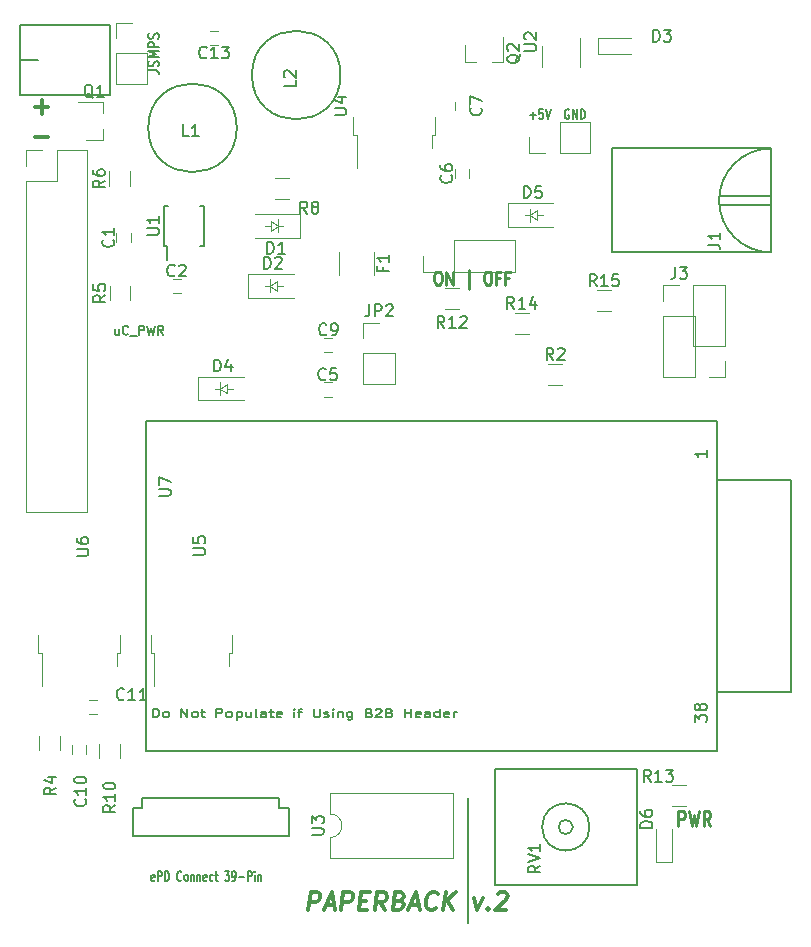
<source format=gto>
G04 #@! TF.FileFunction,Legend,Top*
%FSLAX46Y46*%
G04 Gerber Fmt 4.6, Leading zero omitted, Abs format (unit mm)*
G04 Created by KiCad (PCBNEW 4.0.6) date Sunday, June 18, 2017 'PMt' 11:18:17 PM*
%MOMM*%
%LPD*%
G01*
G04 APERTURE LIST*
%ADD10C,0.100000*%
%ADD11C,0.230000*%
%ADD12C,0.250000*%
%ADD13C,0.162500*%
%ADD14C,0.150000*%
%ADD15C,0.300000*%
%ADD16C,0.190500*%
%ADD17C,0.200000*%
%ADD18C,0.175000*%
%ADD19C,0.120000*%
G04 APERTURE END LIST*
D10*
D11*
X83645113Y-94678099D02*
X83820351Y-94678099D01*
X83907970Y-94730480D01*
X83995589Y-94835242D01*
X84039398Y-95044766D01*
X84039398Y-95411432D01*
X83995589Y-95620956D01*
X83907970Y-95725718D01*
X83820351Y-95778099D01*
X83645113Y-95778099D01*
X83557494Y-95725718D01*
X83469875Y-95620956D01*
X83426065Y-95411432D01*
X83426065Y-95044766D01*
X83469875Y-94835242D01*
X83557494Y-94730480D01*
X83645113Y-94678099D01*
X84433685Y-95778099D02*
X84433685Y-94678099D01*
X84959399Y-95778099D01*
X84959399Y-94678099D01*
X86317494Y-96144766D02*
X86317494Y-94573337D01*
X87850827Y-94678099D02*
X88026065Y-94678099D01*
X88113684Y-94730480D01*
X88201303Y-94835242D01*
X88245112Y-95044766D01*
X88245112Y-95411432D01*
X88201303Y-95620956D01*
X88113684Y-95725718D01*
X88026065Y-95778099D01*
X87850827Y-95778099D01*
X87763208Y-95725718D01*
X87675589Y-95620956D01*
X87631779Y-95411432D01*
X87631779Y-95044766D01*
X87675589Y-94835242D01*
X87763208Y-94730480D01*
X87850827Y-94678099D01*
X88946065Y-95201909D02*
X88639399Y-95201909D01*
X88639399Y-95778099D02*
X88639399Y-94678099D01*
X89077494Y-94678099D01*
X89734636Y-95201909D02*
X89427970Y-95201909D01*
X89427970Y-95778099D02*
X89427970Y-94678099D01*
X89866065Y-94678099D01*
D12*
X104076667Y-141576357D02*
X104076667Y-140376357D01*
X104457620Y-140376357D01*
X104552858Y-140433500D01*
X104600477Y-140490643D01*
X104648096Y-140604929D01*
X104648096Y-140776357D01*
X104600477Y-140890643D01*
X104552858Y-140947786D01*
X104457620Y-141004929D01*
X104076667Y-141004929D01*
X104981429Y-140376357D02*
X105219524Y-141576357D01*
X105410001Y-140719214D01*
X105600477Y-141576357D01*
X105838572Y-140376357D01*
X106790953Y-141576357D02*
X106457619Y-141004929D01*
X106219524Y-141576357D02*
X106219524Y-140376357D01*
X106600477Y-140376357D01*
X106695715Y-140433500D01*
X106743334Y-140490643D01*
X106790953Y-140604929D01*
X106790953Y-140776357D01*
X106743334Y-140890643D01*
X106695715Y-140947786D01*
X106600477Y-141004929D01*
X106219524Y-141004929D01*
D13*
X91498572Y-81447143D02*
X91993810Y-81447143D01*
X91746191Y-81751905D02*
X91746191Y-81142381D01*
X92612858Y-80951905D02*
X92303334Y-80951905D01*
X92272382Y-81332857D01*
X92303334Y-81294762D01*
X92365239Y-81256667D01*
X92520001Y-81256667D01*
X92581905Y-81294762D01*
X92612858Y-81332857D01*
X92643810Y-81409048D01*
X92643810Y-81599524D01*
X92612858Y-81675714D01*
X92581905Y-81713810D01*
X92520001Y-81751905D01*
X92365239Y-81751905D01*
X92303334Y-81713810D01*
X92272382Y-81675714D01*
X92829525Y-80951905D02*
X93046191Y-81751905D01*
X93262858Y-80951905D01*
X94810477Y-80990000D02*
X94748572Y-80951905D01*
X94655715Y-80951905D01*
X94562858Y-80990000D01*
X94500953Y-81066190D01*
X94470001Y-81142381D01*
X94439049Y-81294762D01*
X94439049Y-81409048D01*
X94470001Y-81561429D01*
X94500953Y-81637619D01*
X94562858Y-81713810D01*
X94655715Y-81751905D01*
X94717620Y-81751905D01*
X94810477Y-81713810D01*
X94841429Y-81675714D01*
X94841429Y-81409048D01*
X94717620Y-81409048D01*
X95120001Y-81751905D02*
X95120001Y-80951905D01*
X95491429Y-81751905D01*
X95491429Y-80951905D01*
X95800953Y-81751905D02*
X95800953Y-80951905D01*
X95955715Y-80951905D01*
X96048572Y-80990000D01*
X96110477Y-81066190D01*
X96141429Y-81142381D01*
X96172381Y-81294762D01*
X96172381Y-81409048D01*
X96141429Y-81561429D01*
X96110477Y-81637619D01*
X96048572Y-81713810D01*
X95955715Y-81751905D01*
X95800953Y-81751905D01*
D14*
X59720000Y-146223810D02*
X59662857Y-146261905D01*
X59548571Y-146261905D01*
X59491428Y-146223810D01*
X59462857Y-146147619D01*
X59462857Y-145842857D01*
X59491428Y-145766667D01*
X59548571Y-145728571D01*
X59662857Y-145728571D01*
X59720000Y-145766667D01*
X59748571Y-145842857D01*
X59748571Y-145919048D01*
X59462857Y-145995238D01*
X60005714Y-146261905D02*
X60005714Y-145461905D01*
X60234286Y-145461905D01*
X60291428Y-145500000D01*
X60320000Y-145538095D01*
X60348571Y-145614286D01*
X60348571Y-145728571D01*
X60320000Y-145804762D01*
X60291428Y-145842857D01*
X60234286Y-145880952D01*
X60005714Y-145880952D01*
X60605714Y-146261905D02*
X60605714Y-145461905D01*
X60748571Y-145461905D01*
X60834286Y-145500000D01*
X60891428Y-145576190D01*
X60920000Y-145652381D01*
X60948571Y-145804762D01*
X60948571Y-145919048D01*
X60920000Y-146071429D01*
X60891428Y-146147619D01*
X60834286Y-146223810D01*
X60748571Y-146261905D01*
X60605714Y-146261905D01*
X62005714Y-146185714D02*
X61977143Y-146223810D01*
X61891429Y-146261905D01*
X61834286Y-146261905D01*
X61748571Y-146223810D01*
X61691429Y-146147619D01*
X61662857Y-146071429D01*
X61634286Y-145919048D01*
X61634286Y-145804762D01*
X61662857Y-145652381D01*
X61691429Y-145576190D01*
X61748571Y-145500000D01*
X61834286Y-145461905D01*
X61891429Y-145461905D01*
X61977143Y-145500000D01*
X62005714Y-145538095D01*
X62348571Y-146261905D02*
X62291429Y-146223810D01*
X62262857Y-146185714D01*
X62234286Y-146109524D01*
X62234286Y-145880952D01*
X62262857Y-145804762D01*
X62291429Y-145766667D01*
X62348571Y-145728571D01*
X62434286Y-145728571D01*
X62491429Y-145766667D01*
X62520000Y-145804762D01*
X62548571Y-145880952D01*
X62548571Y-146109524D01*
X62520000Y-146185714D01*
X62491429Y-146223810D01*
X62434286Y-146261905D01*
X62348571Y-146261905D01*
X62805714Y-145728571D02*
X62805714Y-146261905D01*
X62805714Y-145804762D02*
X62834286Y-145766667D01*
X62891428Y-145728571D01*
X62977143Y-145728571D01*
X63034286Y-145766667D01*
X63062857Y-145842857D01*
X63062857Y-146261905D01*
X63348571Y-145728571D02*
X63348571Y-146261905D01*
X63348571Y-145804762D02*
X63377143Y-145766667D01*
X63434285Y-145728571D01*
X63520000Y-145728571D01*
X63577143Y-145766667D01*
X63605714Y-145842857D01*
X63605714Y-146261905D01*
X64120000Y-146223810D02*
X64062857Y-146261905D01*
X63948571Y-146261905D01*
X63891428Y-146223810D01*
X63862857Y-146147619D01*
X63862857Y-145842857D01*
X63891428Y-145766667D01*
X63948571Y-145728571D01*
X64062857Y-145728571D01*
X64120000Y-145766667D01*
X64148571Y-145842857D01*
X64148571Y-145919048D01*
X63862857Y-145995238D01*
X64662857Y-146223810D02*
X64605714Y-146261905D01*
X64491428Y-146261905D01*
X64434286Y-146223810D01*
X64405714Y-146185714D01*
X64377143Y-146109524D01*
X64377143Y-145880952D01*
X64405714Y-145804762D01*
X64434286Y-145766667D01*
X64491428Y-145728571D01*
X64605714Y-145728571D01*
X64662857Y-145766667D01*
X64834286Y-145728571D02*
X65062857Y-145728571D01*
X64920000Y-145461905D02*
X64920000Y-146147619D01*
X64948572Y-146223810D01*
X65005714Y-146261905D01*
X65062857Y-146261905D01*
X65662857Y-145461905D02*
X66034286Y-145461905D01*
X65834286Y-145766667D01*
X65920000Y-145766667D01*
X65977143Y-145804762D01*
X66005714Y-145842857D01*
X66034286Y-145919048D01*
X66034286Y-146109524D01*
X66005714Y-146185714D01*
X65977143Y-146223810D01*
X65920000Y-146261905D01*
X65748572Y-146261905D01*
X65691429Y-146223810D01*
X65662857Y-146185714D01*
X66320001Y-146261905D02*
X66434286Y-146261905D01*
X66491429Y-146223810D01*
X66520001Y-146185714D01*
X66577143Y-146071429D01*
X66605715Y-145919048D01*
X66605715Y-145614286D01*
X66577143Y-145538095D01*
X66548572Y-145500000D01*
X66491429Y-145461905D01*
X66377143Y-145461905D01*
X66320001Y-145500000D01*
X66291429Y-145538095D01*
X66262858Y-145614286D01*
X66262858Y-145804762D01*
X66291429Y-145880952D01*
X66320001Y-145919048D01*
X66377143Y-145957143D01*
X66491429Y-145957143D01*
X66548572Y-145919048D01*
X66577143Y-145880952D01*
X66605715Y-145804762D01*
X66862858Y-145957143D02*
X67320001Y-145957143D01*
X67605715Y-146261905D02*
X67605715Y-145461905D01*
X67834287Y-145461905D01*
X67891429Y-145500000D01*
X67920001Y-145538095D01*
X67948572Y-145614286D01*
X67948572Y-145728571D01*
X67920001Y-145804762D01*
X67891429Y-145842857D01*
X67834287Y-145880952D01*
X67605715Y-145880952D01*
X68205715Y-146261905D02*
X68205715Y-145728571D01*
X68205715Y-145461905D02*
X68177144Y-145500000D01*
X68205715Y-145538095D01*
X68234287Y-145500000D01*
X68205715Y-145461905D01*
X68205715Y-145538095D01*
X68491429Y-145728571D02*
X68491429Y-146261905D01*
X68491429Y-145804762D02*
X68520001Y-145766667D01*
X68577143Y-145728571D01*
X68662858Y-145728571D01*
X68720001Y-145766667D01*
X68748572Y-145842857D01*
X68748572Y-146261905D01*
D15*
X72743751Y-148738571D02*
X72931251Y-147238571D01*
X73502679Y-147238571D01*
X73636608Y-147310000D01*
X73699107Y-147381429D01*
X73752679Y-147524286D01*
X73725894Y-147738571D01*
X73636607Y-147881429D01*
X73556251Y-147952857D01*
X73404464Y-148024286D01*
X72833036Y-148024286D01*
X74225893Y-148310000D02*
X74940179Y-148310000D01*
X74029465Y-148738571D02*
X74716965Y-147238571D01*
X75029465Y-148738571D01*
X75529465Y-148738571D02*
X75716965Y-147238571D01*
X76288393Y-147238571D01*
X76422322Y-147310000D01*
X76484821Y-147381429D01*
X76538393Y-147524286D01*
X76511608Y-147738571D01*
X76422321Y-147881429D01*
X76341965Y-147952857D01*
X76190178Y-148024286D01*
X75618750Y-148024286D01*
X77127679Y-147952857D02*
X77627679Y-147952857D01*
X77743751Y-148738571D02*
X77029465Y-148738571D01*
X77216965Y-147238571D01*
X77931251Y-147238571D01*
X79243751Y-148738571D02*
X78833036Y-148024286D01*
X78386608Y-148738571D02*
X78574108Y-147238571D01*
X79145536Y-147238571D01*
X79279465Y-147310000D01*
X79341964Y-147381429D01*
X79395536Y-147524286D01*
X79368751Y-147738571D01*
X79279464Y-147881429D01*
X79199108Y-147952857D01*
X79047321Y-148024286D01*
X78475893Y-148024286D01*
X80484822Y-147952857D02*
X80690179Y-148024286D01*
X80752679Y-148095714D01*
X80806251Y-148238571D01*
X80779465Y-148452857D01*
X80690179Y-148595714D01*
X80609822Y-148667143D01*
X80458036Y-148738571D01*
X79886608Y-148738571D01*
X80074108Y-147238571D01*
X80574108Y-147238571D01*
X80708036Y-147310000D01*
X80770536Y-147381429D01*
X80824107Y-147524286D01*
X80806250Y-147667143D01*
X80716965Y-147810000D01*
X80636607Y-147881429D01*
X80484822Y-147952857D01*
X79984822Y-147952857D01*
X81368750Y-148310000D02*
X82083036Y-148310000D01*
X81172322Y-148738571D02*
X81859822Y-147238571D01*
X82172322Y-148738571D01*
X83547322Y-148595714D02*
X83466964Y-148667143D01*
X83243750Y-148738571D01*
X83100893Y-148738571D01*
X82895536Y-148667143D01*
X82770535Y-148524286D01*
X82716964Y-148381429D01*
X82681250Y-148095714D01*
X82708035Y-147881429D01*
X82815179Y-147595714D01*
X82904464Y-147452857D01*
X83065179Y-147310000D01*
X83288393Y-147238571D01*
X83431250Y-147238571D01*
X83636607Y-147310000D01*
X83699107Y-147381429D01*
X84172322Y-148738571D02*
X84359822Y-147238571D01*
X85029465Y-148738571D02*
X84493750Y-147881429D01*
X85216965Y-147238571D02*
X84252679Y-148095714D01*
X86797322Y-147738571D02*
X87029465Y-148738571D01*
X87511607Y-147738571D01*
X87975893Y-148595714D02*
X88038392Y-148667143D01*
X87958036Y-148738571D01*
X87895535Y-148667143D01*
X87975893Y-148595714D01*
X87958036Y-148738571D01*
X88770535Y-147381429D02*
X88850893Y-147310000D01*
X89002679Y-147238571D01*
X89359822Y-147238571D01*
X89493750Y-147310000D01*
X89556250Y-147381429D01*
X89609821Y-147524286D01*
X89591964Y-147667143D01*
X89493750Y-147881429D01*
X88529465Y-148738571D01*
X89458036Y-148738571D01*
D16*
X59203167Y-77633285D02*
X59838167Y-77633285D01*
X59965167Y-77669571D01*
X60049833Y-77742142D01*
X60092167Y-77850999D01*
X60092167Y-77923571D01*
X60049833Y-77306714D02*
X60092167Y-77197857D01*
X60092167Y-77016428D01*
X60049833Y-76943857D01*
X60007500Y-76907571D01*
X59922833Y-76871286D01*
X59838167Y-76871286D01*
X59753500Y-76907571D01*
X59711167Y-76943857D01*
X59668833Y-77016428D01*
X59626500Y-77161571D01*
X59584167Y-77234143D01*
X59541833Y-77270428D01*
X59457167Y-77306714D01*
X59372500Y-77306714D01*
X59287833Y-77270428D01*
X59245500Y-77234143D01*
X59203167Y-77161571D01*
X59203167Y-76980143D01*
X59245500Y-76871286D01*
X60092167Y-76544714D02*
X59203167Y-76544714D01*
X59838167Y-76290714D01*
X59203167Y-76036714D01*
X60092167Y-76036714D01*
X60092167Y-75673857D02*
X59203167Y-75673857D01*
X59203167Y-75383572D01*
X59245500Y-75311000D01*
X59287833Y-75274715D01*
X59372500Y-75238429D01*
X59499500Y-75238429D01*
X59584167Y-75274715D01*
X59626500Y-75311000D01*
X59668833Y-75383572D01*
X59668833Y-75673857D01*
X60049833Y-74948143D02*
X60092167Y-74839286D01*
X60092167Y-74657857D01*
X60049833Y-74585286D01*
X60007500Y-74549000D01*
X59922833Y-74512715D01*
X59838167Y-74512715D01*
X59753500Y-74549000D01*
X59711167Y-74585286D01*
X59668833Y-74657857D01*
X59626500Y-74803000D01*
X59584167Y-74875572D01*
X59541833Y-74911857D01*
X59457167Y-74948143D01*
X59372500Y-74948143D01*
X59287833Y-74911857D01*
X59245500Y-74875572D01*
X59203167Y-74803000D01*
X59203167Y-74621572D01*
X59245500Y-74512715D01*
X56684572Y-99516714D02*
X56684572Y-100024714D01*
X56358001Y-99516714D02*
X56358001Y-99915857D01*
X56394286Y-99988429D01*
X56466858Y-100024714D01*
X56575715Y-100024714D01*
X56648286Y-99988429D01*
X56684572Y-99952143D01*
X57482858Y-99952143D02*
X57446572Y-99988429D01*
X57337715Y-100024714D01*
X57265144Y-100024714D01*
X57156287Y-99988429D01*
X57083715Y-99915857D01*
X57047430Y-99843286D01*
X57011144Y-99698143D01*
X57011144Y-99589286D01*
X57047430Y-99444143D01*
X57083715Y-99371571D01*
X57156287Y-99299000D01*
X57265144Y-99262714D01*
X57337715Y-99262714D01*
X57446572Y-99299000D01*
X57482858Y-99335286D01*
X57628001Y-100097286D02*
X58208572Y-100097286D01*
X58390001Y-100024714D02*
X58390001Y-99262714D01*
X58680286Y-99262714D01*
X58752858Y-99299000D01*
X58789143Y-99335286D01*
X58825429Y-99407857D01*
X58825429Y-99516714D01*
X58789143Y-99589286D01*
X58752858Y-99625571D01*
X58680286Y-99661857D01*
X58390001Y-99661857D01*
X59079429Y-99262714D02*
X59260858Y-100024714D01*
X59406001Y-99480429D01*
X59551143Y-100024714D01*
X59732572Y-99262714D01*
X60458286Y-100024714D02*
X60204286Y-99661857D01*
X60022858Y-100024714D02*
X60022858Y-99262714D01*
X60313143Y-99262714D01*
X60385715Y-99299000D01*
X60422000Y-99335286D01*
X60458286Y-99407857D01*
X60458286Y-99516714D01*
X60422000Y-99589286D01*
X60385715Y-99625571D01*
X60313143Y-99661857D01*
X60022858Y-99661857D01*
D15*
X49593572Y-80747143D02*
X50736429Y-80747143D01*
X50165000Y-81318571D02*
X50165000Y-80175714D01*
X49593572Y-83297143D02*
X50736429Y-83297143D01*
D17*
X86250000Y-149850000D02*
X86250000Y-139250000D01*
D18*
X59597142Y-132396667D02*
X59597142Y-131696667D01*
X59811427Y-131696667D01*
X59939999Y-131730000D01*
X60025713Y-131796667D01*
X60068570Y-131863333D01*
X60111427Y-131996667D01*
X60111427Y-132096667D01*
X60068570Y-132230000D01*
X60025713Y-132296667D01*
X59939999Y-132363333D01*
X59811427Y-132396667D01*
X59597142Y-132396667D01*
X60625713Y-132396667D02*
X60539999Y-132363333D01*
X60497142Y-132330000D01*
X60454285Y-132263333D01*
X60454285Y-132063333D01*
X60497142Y-131996667D01*
X60539999Y-131963333D01*
X60625713Y-131930000D01*
X60754285Y-131930000D01*
X60839999Y-131963333D01*
X60882856Y-131996667D01*
X60925713Y-132063333D01*
X60925713Y-132263333D01*
X60882856Y-132330000D01*
X60839999Y-132363333D01*
X60754285Y-132396667D01*
X60625713Y-132396667D01*
X61997142Y-132396667D02*
X61997142Y-131696667D01*
X62511427Y-132396667D01*
X62511427Y-131696667D01*
X63068570Y-132396667D02*
X62982856Y-132363333D01*
X62939999Y-132330000D01*
X62897142Y-132263333D01*
X62897142Y-132063333D01*
X62939999Y-131996667D01*
X62982856Y-131963333D01*
X63068570Y-131930000D01*
X63197142Y-131930000D01*
X63282856Y-131963333D01*
X63325713Y-131996667D01*
X63368570Y-132063333D01*
X63368570Y-132263333D01*
X63325713Y-132330000D01*
X63282856Y-132363333D01*
X63197142Y-132396667D01*
X63068570Y-132396667D01*
X63625713Y-131930000D02*
X63968570Y-131930000D01*
X63754285Y-131696667D02*
X63754285Y-132296667D01*
X63797142Y-132363333D01*
X63882856Y-132396667D01*
X63968570Y-132396667D01*
X64954285Y-132396667D02*
X64954285Y-131696667D01*
X65297142Y-131696667D01*
X65382856Y-131730000D01*
X65425713Y-131763333D01*
X65468570Y-131830000D01*
X65468570Y-131930000D01*
X65425713Y-131996667D01*
X65382856Y-132030000D01*
X65297142Y-132063333D01*
X64954285Y-132063333D01*
X65982856Y-132396667D02*
X65897142Y-132363333D01*
X65854285Y-132330000D01*
X65811428Y-132263333D01*
X65811428Y-132063333D01*
X65854285Y-131996667D01*
X65897142Y-131963333D01*
X65982856Y-131930000D01*
X66111428Y-131930000D01*
X66197142Y-131963333D01*
X66239999Y-131996667D01*
X66282856Y-132063333D01*
X66282856Y-132263333D01*
X66239999Y-132330000D01*
X66197142Y-132363333D01*
X66111428Y-132396667D01*
X65982856Y-132396667D01*
X66668571Y-131930000D02*
X66668571Y-132630000D01*
X66668571Y-131963333D02*
X66754285Y-131930000D01*
X66925714Y-131930000D01*
X67011428Y-131963333D01*
X67054285Y-131996667D01*
X67097142Y-132063333D01*
X67097142Y-132263333D01*
X67054285Y-132330000D01*
X67011428Y-132363333D01*
X66925714Y-132396667D01*
X66754285Y-132396667D01*
X66668571Y-132363333D01*
X67868571Y-131930000D02*
X67868571Y-132396667D01*
X67482857Y-131930000D02*
X67482857Y-132296667D01*
X67525714Y-132363333D01*
X67611428Y-132396667D01*
X67740000Y-132396667D01*
X67825714Y-132363333D01*
X67868571Y-132330000D01*
X68425714Y-132396667D02*
X68340000Y-132363333D01*
X68297143Y-132296667D01*
X68297143Y-131696667D01*
X69154286Y-132396667D02*
X69154286Y-132030000D01*
X69111429Y-131963333D01*
X69025715Y-131930000D01*
X68854286Y-131930000D01*
X68768572Y-131963333D01*
X69154286Y-132363333D02*
X69068572Y-132396667D01*
X68854286Y-132396667D01*
X68768572Y-132363333D01*
X68725715Y-132296667D01*
X68725715Y-132230000D01*
X68768572Y-132163333D01*
X68854286Y-132130000D01*
X69068572Y-132130000D01*
X69154286Y-132096667D01*
X69454286Y-131930000D02*
X69797143Y-131930000D01*
X69582858Y-131696667D02*
X69582858Y-132296667D01*
X69625715Y-132363333D01*
X69711429Y-132396667D01*
X69797143Y-132396667D01*
X70440001Y-132363333D02*
X70354287Y-132396667D01*
X70182858Y-132396667D01*
X70097144Y-132363333D01*
X70054287Y-132296667D01*
X70054287Y-132030000D01*
X70097144Y-131963333D01*
X70182858Y-131930000D01*
X70354287Y-131930000D01*
X70440001Y-131963333D01*
X70482858Y-132030000D01*
X70482858Y-132096667D01*
X70054287Y-132163333D01*
X71554287Y-132396667D02*
X71554287Y-131930000D01*
X71554287Y-131696667D02*
X71511430Y-131730000D01*
X71554287Y-131763333D01*
X71597144Y-131730000D01*
X71554287Y-131696667D01*
X71554287Y-131763333D01*
X71854286Y-131930000D02*
X72197143Y-131930000D01*
X71982858Y-132396667D02*
X71982858Y-131796667D01*
X72025715Y-131730000D01*
X72111429Y-131696667D01*
X72197143Y-131696667D01*
X73182858Y-131696667D02*
X73182858Y-132263333D01*
X73225715Y-132330000D01*
X73268572Y-132363333D01*
X73354286Y-132396667D01*
X73525715Y-132396667D01*
X73611429Y-132363333D01*
X73654286Y-132330000D01*
X73697143Y-132263333D01*
X73697143Y-131696667D01*
X74082858Y-132363333D02*
X74168572Y-132396667D01*
X74340000Y-132396667D01*
X74425715Y-132363333D01*
X74468572Y-132296667D01*
X74468572Y-132263333D01*
X74425715Y-132196667D01*
X74340000Y-132163333D01*
X74211429Y-132163333D01*
X74125715Y-132130000D01*
X74082858Y-132063333D01*
X74082858Y-132030000D01*
X74125715Y-131963333D01*
X74211429Y-131930000D01*
X74340000Y-131930000D01*
X74425715Y-131963333D01*
X74854286Y-132396667D02*
X74854286Y-131930000D01*
X74854286Y-131696667D02*
X74811429Y-131730000D01*
X74854286Y-131763333D01*
X74897143Y-131730000D01*
X74854286Y-131696667D01*
X74854286Y-131763333D01*
X75282857Y-131930000D02*
X75282857Y-132396667D01*
X75282857Y-131996667D02*
X75325714Y-131963333D01*
X75411428Y-131930000D01*
X75540000Y-131930000D01*
X75625714Y-131963333D01*
X75668571Y-132030000D01*
X75668571Y-132396667D01*
X76482857Y-131930000D02*
X76482857Y-132496667D01*
X76440000Y-132563333D01*
X76397143Y-132596667D01*
X76311428Y-132630000D01*
X76182857Y-132630000D01*
X76097143Y-132596667D01*
X76482857Y-132363333D02*
X76397143Y-132396667D01*
X76225714Y-132396667D01*
X76140000Y-132363333D01*
X76097143Y-132330000D01*
X76054286Y-132263333D01*
X76054286Y-132063333D01*
X76097143Y-131996667D01*
X76140000Y-131963333D01*
X76225714Y-131930000D01*
X76397143Y-131930000D01*
X76482857Y-131963333D01*
X77897143Y-132030000D02*
X78025714Y-132063333D01*
X78068571Y-132096667D01*
X78111428Y-132163333D01*
X78111428Y-132263333D01*
X78068571Y-132330000D01*
X78025714Y-132363333D01*
X77940000Y-132396667D01*
X77597143Y-132396667D01*
X77597143Y-131696667D01*
X77897143Y-131696667D01*
X77982857Y-131730000D01*
X78025714Y-131763333D01*
X78068571Y-131830000D01*
X78068571Y-131896667D01*
X78025714Y-131963333D01*
X77982857Y-131996667D01*
X77897143Y-132030000D01*
X77597143Y-132030000D01*
X78454286Y-131763333D02*
X78497143Y-131730000D01*
X78582857Y-131696667D01*
X78797143Y-131696667D01*
X78882857Y-131730000D01*
X78925714Y-131763333D01*
X78968571Y-131830000D01*
X78968571Y-131896667D01*
X78925714Y-131996667D01*
X78411428Y-132396667D01*
X78968571Y-132396667D01*
X79654286Y-132030000D02*
X79782857Y-132063333D01*
X79825714Y-132096667D01*
X79868571Y-132163333D01*
X79868571Y-132263333D01*
X79825714Y-132330000D01*
X79782857Y-132363333D01*
X79697143Y-132396667D01*
X79354286Y-132396667D01*
X79354286Y-131696667D01*
X79654286Y-131696667D01*
X79740000Y-131730000D01*
X79782857Y-131763333D01*
X79825714Y-131830000D01*
X79825714Y-131896667D01*
X79782857Y-131963333D01*
X79740000Y-131996667D01*
X79654286Y-132030000D01*
X79354286Y-132030000D01*
X80940000Y-132396667D02*
X80940000Y-131696667D01*
X80940000Y-132030000D02*
X81454285Y-132030000D01*
X81454285Y-132396667D02*
X81454285Y-131696667D01*
X82225714Y-132363333D02*
X82140000Y-132396667D01*
X81968571Y-132396667D01*
X81882857Y-132363333D01*
X81840000Y-132296667D01*
X81840000Y-132030000D01*
X81882857Y-131963333D01*
X81968571Y-131930000D01*
X82140000Y-131930000D01*
X82225714Y-131963333D01*
X82268571Y-132030000D01*
X82268571Y-132096667D01*
X81840000Y-132163333D01*
X83040000Y-132396667D02*
X83040000Y-132030000D01*
X82997143Y-131963333D01*
X82911429Y-131930000D01*
X82740000Y-131930000D01*
X82654286Y-131963333D01*
X83040000Y-132363333D02*
X82954286Y-132396667D01*
X82740000Y-132396667D01*
X82654286Y-132363333D01*
X82611429Y-132296667D01*
X82611429Y-132230000D01*
X82654286Y-132163333D01*
X82740000Y-132130000D01*
X82954286Y-132130000D01*
X83040000Y-132096667D01*
X83854286Y-132396667D02*
X83854286Y-131696667D01*
X83854286Y-132363333D02*
X83768572Y-132396667D01*
X83597143Y-132396667D01*
X83511429Y-132363333D01*
X83468572Y-132330000D01*
X83425715Y-132263333D01*
X83425715Y-132063333D01*
X83468572Y-131996667D01*
X83511429Y-131963333D01*
X83597143Y-131930000D01*
X83768572Y-131930000D01*
X83854286Y-131963333D01*
X84625715Y-132363333D02*
X84540001Y-132396667D01*
X84368572Y-132396667D01*
X84282858Y-132363333D01*
X84240001Y-132296667D01*
X84240001Y-132030000D01*
X84282858Y-131963333D01*
X84368572Y-131930000D01*
X84540001Y-131930000D01*
X84625715Y-131963333D01*
X84668572Y-132030000D01*
X84668572Y-132096667D01*
X84240001Y-132163333D01*
X85054287Y-132396667D02*
X85054287Y-131930000D01*
X85054287Y-132063333D02*
X85097144Y-131996667D01*
X85140001Y-131963333D01*
X85225715Y-131930000D01*
X85311430Y-131930000D01*
D19*
X48835000Y-86995000D02*
X48835000Y-114995000D01*
X48835000Y-114995000D02*
X54035000Y-114995000D01*
X54035000Y-114995000D02*
X54035000Y-84395000D01*
X54035000Y-84395000D02*
X51435000Y-84395000D01*
X51435000Y-84395000D02*
X51435000Y-86995000D01*
X51435000Y-86995000D02*
X48835000Y-86995000D01*
X48835000Y-85725000D02*
X48835000Y-84395000D01*
X48835000Y-84395000D02*
X50165000Y-84395000D01*
X56455000Y-76200000D02*
X56455000Y-78800000D01*
X56455000Y-78800000D02*
X59115000Y-78800000D01*
X59115000Y-78800000D02*
X59115000Y-76200000D01*
X59115000Y-76200000D02*
X56455000Y-76200000D01*
X56455000Y-74930000D02*
X56455000Y-73600000D01*
X56455000Y-73600000D02*
X57785000Y-73600000D01*
D14*
X113625000Y-112285000D02*
X113625000Y-130285000D01*
X113625000Y-130285000D02*
X107345000Y-130285000D01*
X107345000Y-112285000D02*
X113625000Y-112285000D01*
X107345000Y-135285000D02*
X59025000Y-135285000D01*
X107345000Y-107285000D02*
X59025000Y-107285000D01*
X59025000Y-107285000D02*
X59025000Y-135285000D01*
X107345000Y-107285000D02*
X107345000Y-135285000D01*
D19*
X74580000Y-142590000D02*
X74580000Y-144360000D01*
X74580000Y-144360000D02*
X84980000Y-144360000D01*
X84980000Y-144360000D02*
X84980000Y-138820000D01*
X84980000Y-138820000D02*
X74580000Y-138820000D01*
X74580000Y-138820000D02*
X74580000Y-140590000D01*
X74580000Y-140590000D02*
G75*
G02X74580000Y-142590000I0J-1000000D01*
G01*
X56494120Y-92145600D02*
X56494120Y-91445600D01*
X57694120Y-91445600D02*
X57694120Y-92145600D01*
X61245000Y-95285000D02*
X61945000Y-95285000D01*
X61945000Y-96485000D02*
X61245000Y-96485000D01*
X74030000Y-104060000D02*
X74730000Y-104060000D01*
X74730000Y-105260000D02*
X74030000Y-105260000D01*
X74080000Y-100260000D02*
X74780000Y-100260000D01*
X74780000Y-101460000D02*
X74080000Y-101460000D01*
X52740000Y-135478000D02*
X52740000Y-134778000D01*
X53940000Y-134778000D02*
X53940000Y-135478000D01*
X54158400Y-130921200D02*
X54858400Y-130921200D01*
X54858400Y-132121200D02*
X54158400Y-132121200D01*
X97260000Y-74865000D02*
X97260000Y-76265000D01*
X97260000Y-76265000D02*
X100060000Y-76265000D01*
X97260000Y-74865000D02*
X100060000Y-74865000D01*
X75355000Y-94980000D02*
X75355000Y-92980000D01*
X78315000Y-92980000D02*
X78315000Y-94980000D01*
X94020000Y-84630000D02*
X96620000Y-84630000D01*
X96620000Y-84630000D02*
X96620000Y-81970000D01*
X96620000Y-81970000D02*
X94020000Y-81970000D01*
X94020000Y-81970000D02*
X94020000Y-84630000D01*
X92750000Y-84630000D02*
X91420000Y-84630000D01*
X91420000Y-84630000D02*
X91420000Y-83300000D01*
X108010000Y-100965000D02*
X108010000Y-95825000D01*
X108010000Y-95825000D02*
X105350000Y-95825000D01*
X105350000Y-95825000D02*
X105350000Y-100965000D01*
X105350000Y-100965000D02*
X108010000Y-100965000D01*
X108010000Y-102235000D02*
X108010000Y-103565000D01*
X108010000Y-103565000D02*
X106680000Y-103565000D01*
D14*
X58680000Y-139230000D02*
X70230000Y-139230000D01*
X70230000Y-139230000D02*
X70230000Y-140080000D01*
X58680000Y-140080000D02*
X58680000Y-139230000D01*
X70280000Y-140080000D02*
X71130000Y-140080000D01*
X71130000Y-142430000D02*
X71130000Y-140080000D01*
X57930000Y-142430000D02*
X57930000Y-140080000D01*
X57930000Y-140080000D02*
X58680000Y-140080000D01*
X57930000Y-142430000D02*
X71130000Y-142430000D01*
D19*
X77410000Y-101600000D02*
X77410000Y-104200000D01*
X77410000Y-104200000D02*
X80070000Y-104200000D01*
X80070000Y-104200000D02*
X80070000Y-101600000D01*
X80070000Y-101600000D02*
X77410000Y-101600000D01*
X77410000Y-100330000D02*
X77410000Y-99000000D01*
X77410000Y-99000000D02*
X78740000Y-99000000D01*
D14*
X66685000Y-82510000D02*
G75*
G03X66685000Y-82510000I-3750000J0D01*
G01*
X75465000Y-78035000D02*
G75*
G03X75465000Y-78035000I-3750000J0D01*
G01*
D19*
X94250000Y-104280000D02*
X93050000Y-104280000D01*
X93050000Y-102520000D02*
X94250000Y-102520000D01*
X49920000Y-135220000D02*
X49920000Y-134020000D01*
X51680000Y-134020000D02*
X51680000Y-135220000D01*
X57680000Y-95900000D02*
X57680000Y-97100000D01*
X55920000Y-97100000D02*
X55920000Y-95900000D01*
X57630000Y-86200000D02*
X57630000Y-87400000D01*
X55870000Y-87400000D02*
X55870000Y-86200000D01*
X71085000Y-88510000D02*
X69885000Y-88510000D01*
X69885000Y-86750000D02*
X71085000Y-86750000D01*
X56760000Y-134655000D02*
X56760000Y-135855000D01*
X55000000Y-135855000D02*
X55000000Y-134655000D01*
X85486800Y-97857200D02*
X84286800Y-97857200D01*
X84286800Y-96097200D02*
X85486800Y-96097200D01*
D14*
X95130750Y-141700000D02*
G75*
G03X95130750Y-141700000I-600750J0D01*
G01*
X96540900Y-141700000D02*
G75*
G03X96540900Y-141700000I-2000900J0D01*
G01*
X100530000Y-146600000D02*
X100530000Y-136800000D01*
X100530000Y-136800000D02*
X88530000Y-136800000D01*
X88530000Y-136800000D02*
X88530000Y-146600000D01*
X88530000Y-146600000D02*
X100530000Y-146600000D01*
D19*
X92490000Y-75550000D02*
X92490000Y-77350000D01*
X95710000Y-77350000D02*
X95710000Y-74900000D01*
X76560000Y-81615000D02*
X76560000Y-83115000D01*
X76560000Y-83115000D02*
X76830000Y-83115000D01*
X76830000Y-83115000D02*
X76830000Y-85945000D01*
X83460000Y-81615000D02*
X83460000Y-83115000D01*
X83460000Y-83115000D02*
X83190000Y-83115000D01*
X83190000Y-83115000D02*
X83190000Y-84215000D01*
D14*
X111920000Y-88250000D02*
X107570000Y-88250000D01*
X111920000Y-89050000D02*
X107570000Y-89050000D01*
X111920000Y-84250000D02*
G75*
G03X107520000Y-88650000I0J-4400000D01*
G01*
X107520000Y-88650000D02*
G75*
G03X111920000Y-93050000I4400000J0D01*
G01*
X111920000Y-84250000D02*
X98420000Y-84250000D01*
X111920000Y-93050000D02*
X98420000Y-93050000D01*
X98420000Y-93050000D02*
X98420000Y-84250000D01*
X111920000Y-93050000D02*
X111920000Y-84250000D01*
D19*
X72050000Y-91805000D02*
X72050000Y-89805000D01*
D10*
X69600000Y-90805000D02*
X69100000Y-90805000D01*
X69600000Y-90405000D02*
X70200000Y-90805000D01*
X69600000Y-91205000D02*
X69600000Y-90405000D01*
X70200000Y-90805000D02*
X69600000Y-91205000D01*
X70200000Y-90805000D02*
X70200000Y-90255000D01*
X70200000Y-90805000D02*
X70200000Y-91355000D01*
X70600000Y-90805000D02*
X70200000Y-90805000D01*
D19*
X72050000Y-89805000D02*
X68200000Y-89805000D01*
X72050000Y-91805000D02*
X68200000Y-91805000D01*
X67650000Y-94885000D02*
X67650000Y-96885000D01*
D10*
X70100000Y-95885000D02*
X70600000Y-95885000D01*
X70100000Y-96285000D02*
X69500000Y-95885000D01*
X70100000Y-95485000D02*
X70100000Y-96285000D01*
X69500000Y-95885000D02*
X70100000Y-95485000D01*
X69500000Y-95885000D02*
X69500000Y-96435000D01*
X69500000Y-95885000D02*
X69500000Y-95335000D01*
X69100000Y-95885000D02*
X69500000Y-95885000D01*
D19*
X67650000Y-96885000D02*
X71500000Y-96885000D01*
X67650000Y-94885000D02*
X71500000Y-94885000D01*
X63420000Y-103580000D02*
X63420000Y-105580000D01*
D10*
X65870000Y-104580000D02*
X66370000Y-104580000D01*
X65870000Y-104980000D02*
X65270000Y-104580000D01*
X65870000Y-104180000D02*
X65870000Y-104980000D01*
X65270000Y-104580000D02*
X65870000Y-104180000D01*
X65270000Y-104580000D02*
X65270000Y-105130000D01*
X65270000Y-104580000D02*
X65270000Y-104030000D01*
X64870000Y-104580000D02*
X65270000Y-104580000D01*
D19*
X63420000Y-105580000D02*
X67270000Y-105580000D01*
X63420000Y-103580000D02*
X67270000Y-103580000D01*
X89650000Y-88900000D02*
X89650000Y-90900000D01*
D10*
X92100000Y-89900000D02*
X92600000Y-89900000D01*
X92100000Y-90300000D02*
X91500000Y-89900000D01*
X92100000Y-89500000D02*
X92100000Y-90300000D01*
X91500000Y-89900000D02*
X92100000Y-89500000D01*
X91500000Y-89900000D02*
X91500000Y-90450000D01*
X91500000Y-89900000D02*
X91500000Y-89350000D01*
X91100000Y-89900000D02*
X91500000Y-89900000D01*
D19*
X89650000Y-90900000D02*
X93500000Y-90900000D01*
X89650000Y-88900000D02*
X93500000Y-88900000D01*
X102170000Y-144675000D02*
X103570000Y-144675000D01*
X103570000Y-144675000D02*
X103570000Y-141875000D01*
X102170000Y-144675000D02*
X102170000Y-141875000D01*
X103540000Y-138185000D02*
X104740000Y-138185000D01*
X104740000Y-139945000D02*
X103540000Y-139945000D01*
D14*
X60555000Y-92480000D02*
X60780000Y-92480000D01*
X60555000Y-89130000D02*
X60855000Y-89130000D01*
X63905000Y-89130000D02*
X63605000Y-89130000D01*
X63905000Y-92480000D02*
X63605000Y-92480000D01*
X60555000Y-92480000D02*
X60555000Y-89130000D01*
X63905000Y-92480000D02*
X63905000Y-89130000D01*
X60780000Y-92480000D02*
X60780000Y-93705000D01*
X48360000Y-76785000D02*
X49860000Y-76785000D01*
X48360000Y-73785000D02*
X55960000Y-73835000D01*
X48360000Y-79735000D02*
X48350000Y-73785000D01*
X55960000Y-79735000D02*
X48360000Y-79735000D01*
X55960000Y-76785000D02*
X55960000Y-79735000D01*
X55960000Y-76785000D02*
X55960000Y-73835000D01*
D19*
X85090000Y-94675000D02*
X90230000Y-94675000D01*
X90230000Y-94675000D02*
X90230000Y-92015000D01*
X90230000Y-92015000D02*
X85090000Y-92015000D01*
X85090000Y-92015000D02*
X85090000Y-94675000D01*
X83820000Y-94675000D02*
X82490000Y-94675000D01*
X82490000Y-94675000D02*
X82490000Y-93345000D01*
X55370000Y-83495000D02*
X55370000Y-82565000D01*
X55370000Y-80335000D02*
X55370000Y-81265000D01*
X55370000Y-80335000D02*
X53210000Y-80335000D01*
X55370000Y-83495000D02*
X53910000Y-83495000D01*
X86050000Y-76960000D02*
X86980000Y-76960000D01*
X89210000Y-76960000D02*
X88280000Y-76960000D01*
X89210000Y-76960000D02*
X89210000Y-74800000D01*
X86050000Y-76960000D02*
X86050000Y-75500000D01*
X59415000Y-125430000D02*
X59415000Y-126930000D01*
X59415000Y-126930000D02*
X59685000Y-126930000D01*
X59685000Y-126930000D02*
X59685000Y-129760000D01*
X66315000Y-125430000D02*
X66315000Y-126930000D01*
X66315000Y-126930000D02*
X66045000Y-126930000D01*
X66045000Y-126930000D02*
X66045000Y-128030000D01*
X49890000Y-125430000D02*
X49890000Y-126930000D01*
X49890000Y-126930000D02*
X50160000Y-126930000D01*
X50160000Y-126930000D02*
X50160000Y-129760000D01*
X56790000Y-125430000D02*
X56790000Y-126930000D01*
X56790000Y-126930000D02*
X56520000Y-126930000D01*
X56520000Y-126930000D02*
X56520000Y-128030000D01*
X85125000Y-86710000D02*
X85125000Y-86010000D01*
X86325000Y-86010000D02*
X86325000Y-86710000D01*
X86325000Y-80295000D02*
X86325000Y-80995000D01*
X85125000Y-80995000D02*
X85125000Y-80295000D01*
X65120000Y-75530000D02*
X64420000Y-75530000D01*
X64420000Y-74330000D02*
X65120000Y-74330000D01*
X102810000Y-98425000D02*
X102810000Y-103565000D01*
X102810000Y-103565000D02*
X105470000Y-103565000D01*
X105470000Y-103565000D02*
X105470000Y-98425000D01*
X105470000Y-98425000D02*
X102810000Y-98425000D01*
X102810000Y-97155000D02*
X102810000Y-95825000D01*
X102810000Y-95825000D02*
X104140000Y-95825000D01*
X91405000Y-99940000D02*
X90205000Y-99940000D01*
X90205000Y-98180000D02*
X91405000Y-98180000D01*
X98390000Y-98035000D02*
X97190000Y-98035000D01*
X97190000Y-96275000D02*
X98390000Y-96275000D01*
D14*
X60077381Y-113666905D02*
X60886905Y-113666905D01*
X60982143Y-113619286D01*
X61029762Y-113571667D01*
X61077381Y-113476429D01*
X61077381Y-113285952D01*
X61029762Y-113190714D01*
X60982143Y-113143095D01*
X60886905Y-113095476D01*
X60077381Y-113095476D01*
X60077381Y-112714524D02*
X60077381Y-112047857D01*
X61077381Y-112476429D01*
X105467381Y-132824524D02*
X105467381Y-132205476D01*
X105848333Y-132538810D01*
X105848333Y-132395952D01*
X105895952Y-132300714D01*
X105943571Y-132253095D01*
X106038810Y-132205476D01*
X106276905Y-132205476D01*
X106372143Y-132253095D01*
X106419762Y-132300714D01*
X106467381Y-132395952D01*
X106467381Y-132681667D01*
X106419762Y-132776905D01*
X106372143Y-132824524D01*
X105895952Y-131634048D02*
X105848333Y-131729286D01*
X105800714Y-131776905D01*
X105705476Y-131824524D01*
X105657857Y-131824524D01*
X105562619Y-131776905D01*
X105515000Y-131729286D01*
X105467381Y-131634048D01*
X105467381Y-131443571D01*
X105515000Y-131348333D01*
X105562619Y-131300714D01*
X105657857Y-131253095D01*
X105705476Y-131253095D01*
X105800714Y-131300714D01*
X105848333Y-131348333D01*
X105895952Y-131443571D01*
X105895952Y-131634048D01*
X105943571Y-131729286D01*
X105991190Y-131776905D01*
X106086429Y-131824524D01*
X106276905Y-131824524D01*
X106372143Y-131776905D01*
X106419762Y-131729286D01*
X106467381Y-131634048D01*
X106467381Y-131443571D01*
X106419762Y-131348333D01*
X106372143Y-131300714D01*
X106276905Y-131253095D01*
X106086429Y-131253095D01*
X105991190Y-131300714D01*
X105943571Y-131348333D01*
X105895952Y-131443571D01*
X106487381Y-109819285D02*
X106487381Y-110390714D01*
X106487381Y-110105000D02*
X105487381Y-110105000D01*
X105630238Y-110200238D01*
X105725476Y-110295476D01*
X105773095Y-110390714D01*
X73032381Y-142351905D02*
X73841905Y-142351905D01*
X73937143Y-142304286D01*
X73984762Y-142256667D01*
X74032381Y-142161429D01*
X74032381Y-141970952D01*
X73984762Y-141875714D01*
X73937143Y-141828095D01*
X73841905Y-141780476D01*
X73032381Y-141780476D01*
X73032381Y-141399524D02*
X73032381Y-140780476D01*
X73413333Y-141113810D01*
X73413333Y-140970952D01*
X73460952Y-140875714D01*
X73508571Y-140828095D01*
X73603810Y-140780476D01*
X73841905Y-140780476D01*
X73937143Y-140828095D01*
X73984762Y-140875714D01*
X74032381Y-140970952D01*
X74032381Y-141256667D01*
X73984762Y-141351905D01*
X73937143Y-141399524D01*
X56201263Y-91962266D02*
X56248882Y-92009885D01*
X56296501Y-92152742D01*
X56296501Y-92247980D01*
X56248882Y-92390838D01*
X56153644Y-92486076D01*
X56058406Y-92533695D01*
X55867930Y-92581314D01*
X55725072Y-92581314D01*
X55534596Y-92533695D01*
X55439358Y-92486076D01*
X55344120Y-92390838D01*
X55296501Y-92247980D01*
X55296501Y-92152742D01*
X55344120Y-92009885D01*
X55391739Y-91962266D01*
X56296501Y-91009885D02*
X56296501Y-91581314D01*
X56296501Y-91295600D02*
X55296501Y-91295600D01*
X55439358Y-91390838D01*
X55534596Y-91486076D01*
X55582215Y-91581314D01*
X61428334Y-94992143D02*
X61380715Y-95039762D01*
X61237858Y-95087381D01*
X61142620Y-95087381D01*
X60999762Y-95039762D01*
X60904524Y-94944524D01*
X60856905Y-94849286D01*
X60809286Y-94658810D01*
X60809286Y-94515952D01*
X60856905Y-94325476D01*
X60904524Y-94230238D01*
X60999762Y-94135000D01*
X61142620Y-94087381D01*
X61237858Y-94087381D01*
X61380715Y-94135000D01*
X61428334Y-94182619D01*
X61809286Y-94182619D02*
X61856905Y-94135000D01*
X61952143Y-94087381D01*
X62190239Y-94087381D01*
X62285477Y-94135000D01*
X62333096Y-94182619D01*
X62380715Y-94277857D01*
X62380715Y-94373095D01*
X62333096Y-94515952D01*
X61761667Y-95087381D01*
X62380715Y-95087381D01*
X74213334Y-103767143D02*
X74165715Y-103814762D01*
X74022858Y-103862381D01*
X73927620Y-103862381D01*
X73784762Y-103814762D01*
X73689524Y-103719524D01*
X73641905Y-103624286D01*
X73594286Y-103433810D01*
X73594286Y-103290952D01*
X73641905Y-103100476D01*
X73689524Y-103005238D01*
X73784762Y-102910000D01*
X73927620Y-102862381D01*
X74022858Y-102862381D01*
X74165715Y-102910000D01*
X74213334Y-102957619D01*
X75118096Y-102862381D02*
X74641905Y-102862381D01*
X74594286Y-103338571D01*
X74641905Y-103290952D01*
X74737143Y-103243333D01*
X74975239Y-103243333D01*
X75070477Y-103290952D01*
X75118096Y-103338571D01*
X75165715Y-103433810D01*
X75165715Y-103671905D01*
X75118096Y-103767143D01*
X75070477Y-103814762D01*
X74975239Y-103862381D01*
X74737143Y-103862381D01*
X74641905Y-103814762D01*
X74594286Y-103767143D01*
X74263334Y-99967143D02*
X74215715Y-100014762D01*
X74072858Y-100062381D01*
X73977620Y-100062381D01*
X73834762Y-100014762D01*
X73739524Y-99919524D01*
X73691905Y-99824286D01*
X73644286Y-99633810D01*
X73644286Y-99490952D01*
X73691905Y-99300476D01*
X73739524Y-99205238D01*
X73834762Y-99110000D01*
X73977620Y-99062381D01*
X74072858Y-99062381D01*
X74215715Y-99110000D01*
X74263334Y-99157619D01*
X74739524Y-100062381D02*
X74930000Y-100062381D01*
X75025239Y-100014762D01*
X75072858Y-99967143D01*
X75168096Y-99824286D01*
X75215715Y-99633810D01*
X75215715Y-99252857D01*
X75168096Y-99157619D01*
X75120477Y-99110000D01*
X75025239Y-99062381D01*
X74834762Y-99062381D01*
X74739524Y-99110000D01*
X74691905Y-99157619D01*
X74644286Y-99252857D01*
X74644286Y-99490952D01*
X74691905Y-99586190D01*
X74739524Y-99633810D01*
X74834762Y-99681429D01*
X75025239Y-99681429D01*
X75120477Y-99633810D01*
X75168096Y-99586190D01*
X75215715Y-99490952D01*
X53834303Y-139337017D02*
X53881922Y-139384636D01*
X53929541Y-139527493D01*
X53929541Y-139622731D01*
X53881922Y-139765589D01*
X53786684Y-139860827D01*
X53691446Y-139908446D01*
X53500970Y-139956065D01*
X53358112Y-139956065D01*
X53167636Y-139908446D01*
X53072398Y-139860827D01*
X52977160Y-139765589D01*
X52929541Y-139622731D01*
X52929541Y-139527493D01*
X52977160Y-139384636D01*
X53024779Y-139337017D01*
X53929541Y-138384636D02*
X53929541Y-138956065D01*
X53929541Y-138670351D02*
X52929541Y-138670351D01*
X53072398Y-138765589D01*
X53167636Y-138860827D01*
X53215255Y-138956065D01*
X52929541Y-137765589D02*
X52929541Y-137670350D01*
X52977160Y-137575112D01*
X53024779Y-137527493D01*
X53120017Y-137479874D01*
X53310493Y-137432255D01*
X53548589Y-137432255D01*
X53739065Y-137479874D01*
X53834303Y-137527493D01*
X53881922Y-137575112D01*
X53929541Y-137670350D01*
X53929541Y-137765589D01*
X53881922Y-137860827D01*
X53834303Y-137908446D01*
X53739065Y-137956065D01*
X53548589Y-138003684D01*
X53310493Y-138003684D01*
X53120017Y-137956065D01*
X53024779Y-137908446D01*
X52977160Y-137860827D01*
X52929541Y-137765589D01*
X57137063Y-130864883D02*
X57089444Y-130912502D01*
X56946587Y-130960121D01*
X56851349Y-130960121D01*
X56708491Y-130912502D01*
X56613253Y-130817264D01*
X56565634Y-130722026D01*
X56518015Y-130531550D01*
X56518015Y-130388692D01*
X56565634Y-130198216D01*
X56613253Y-130102978D01*
X56708491Y-130007740D01*
X56851349Y-129960121D01*
X56946587Y-129960121D01*
X57089444Y-130007740D01*
X57137063Y-130055359D01*
X58089444Y-130960121D02*
X57518015Y-130960121D01*
X57803729Y-130960121D02*
X57803729Y-129960121D01*
X57708491Y-130102978D01*
X57613253Y-130198216D01*
X57518015Y-130245835D01*
X59041825Y-130960121D02*
X58470396Y-130960121D01*
X58756110Y-130960121D02*
X58756110Y-129960121D01*
X58660872Y-130102978D01*
X58565634Y-130198216D01*
X58470396Y-130245835D01*
X101921905Y-75202381D02*
X101921905Y-74202381D01*
X102160000Y-74202381D01*
X102302858Y-74250000D01*
X102398096Y-74345238D01*
X102445715Y-74440476D01*
X102493334Y-74630952D01*
X102493334Y-74773810D01*
X102445715Y-74964286D01*
X102398096Y-75059524D01*
X102302858Y-75154762D01*
X102160000Y-75202381D01*
X101921905Y-75202381D01*
X102826667Y-74202381D02*
X103445715Y-74202381D01*
X103112381Y-74583333D01*
X103255239Y-74583333D01*
X103350477Y-74630952D01*
X103398096Y-74678571D01*
X103445715Y-74773810D01*
X103445715Y-75011905D01*
X103398096Y-75107143D01*
X103350477Y-75154762D01*
X103255239Y-75202381D01*
X102969524Y-75202381D01*
X102874286Y-75154762D01*
X102826667Y-75107143D01*
X79063571Y-94313333D02*
X79063571Y-94646667D01*
X79587381Y-94646667D02*
X78587381Y-94646667D01*
X78587381Y-94170476D01*
X79587381Y-93265714D02*
X79587381Y-93837143D01*
X79587381Y-93551429D02*
X78587381Y-93551429D01*
X78730238Y-93646667D01*
X78825476Y-93741905D01*
X78873095Y-93837143D01*
X77906667Y-97452381D02*
X77906667Y-98166667D01*
X77859047Y-98309524D01*
X77763809Y-98404762D01*
X77620952Y-98452381D01*
X77525714Y-98452381D01*
X78382857Y-98452381D02*
X78382857Y-97452381D01*
X78763810Y-97452381D01*
X78859048Y-97500000D01*
X78906667Y-97547619D01*
X78954286Y-97642857D01*
X78954286Y-97785714D01*
X78906667Y-97880952D01*
X78859048Y-97928571D01*
X78763810Y-97976190D01*
X78382857Y-97976190D01*
X79335238Y-97547619D02*
X79382857Y-97500000D01*
X79478095Y-97452381D01*
X79716191Y-97452381D01*
X79811429Y-97500000D01*
X79859048Y-97547619D01*
X79906667Y-97642857D01*
X79906667Y-97738095D01*
X79859048Y-97880952D01*
X79287619Y-98452381D01*
X79906667Y-98452381D01*
X62603334Y-83192381D02*
X62127143Y-83192381D01*
X62127143Y-82192381D01*
X63460477Y-83192381D02*
X62889048Y-83192381D01*
X63174762Y-83192381D02*
X63174762Y-82192381D01*
X63079524Y-82335238D01*
X62984286Y-82430476D01*
X62889048Y-82478095D01*
X71672381Y-78496666D02*
X71672381Y-78972857D01*
X70672381Y-78972857D01*
X70767619Y-78210952D02*
X70720000Y-78163333D01*
X70672381Y-78068095D01*
X70672381Y-77829999D01*
X70720000Y-77734761D01*
X70767619Y-77687142D01*
X70862857Y-77639523D01*
X70958095Y-77639523D01*
X71100952Y-77687142D01*
X71672381Y-78258571D01*
X71672381Y-77639523D01*
X93483334Y-102152381D02*
X93150000Y-101676190D01*
X92911905Y-102152381D02*
X92911905Y-101152381D01*
X93292858Y-101152381D01*
X93388096Y-101200000D01*
X93435715Y-101247619D01*
X93483334Y-101342857D01*
X93483334Y-101485714D01*
X93435715Y-101580952D01*
X93388096Y-101628571D01*
X93292858Y-101676190D01*
X92911905Y-101676190D01*
X93864286Y-101247619D02*
X93911905Y-101200000D01*
X94007143Y-101152381D01*
X94245239Y-101152381D01*
X94340477Y-101200000D01*
X94388096Y-101247619D01*
X94435715Y-101342857D01*
X94435715Y-101438095D01*
X94388096Y-101580952D01*
X93816667Y-102152381D01*
X94435715Y-102152381D01*
X51387001Y-138357906D02*
X50910810Y-138691240D01*
X51387001Y-138929335D02*
X50387001Y-138929335D01*
X50387001Y-138548382D01*
X50434620Y-138453144D01*
X50482239Y-138405525D01*
X50577477Y-138357906D01*
X50720334Y-138357906D01*
X50815572Y-138405525D01*
X50863191Y-138453144D01*
X50910810Y-138548382D01*
X50910810Y-138929335D01*
X50720334Y-137500763D02*
X51387001Y-137500763D01*
X50339382Y-137738859D02*
X51053668Y-137976954D01*
X51053668Y-137357906D01*
X55552381Y-96666666D02*
X55076190Y-97000000D01*
X55552381Y-97238095D02*
X54552381Y-97238095D01*
X54552381Y-96857142D01*
X54600000Y-96761904D01*
X54647619Y-96714285D01*
X54742857Y-96666666D01*
X54885714Y-96666666D01*
X54980952Y-96714285D01*
X55028571Y-96761904D01*
X55076190Y-96857142D01*
X55076190Y-97238095D01*
X54552381Y-95761904D02*
X54552381Y-96238095D01*
X55028571Y-96285714D01*
X54980952Y-96238095D01*
X54933333Y-96142857D01*
X54933333Y-95904761D01*
X54980952Y-95809523D01*
X55028571Y-95761904D01*
X55123810Y-95714285D01*
X55361905Y-95714285D01*
X55457143Y-95761904D01*
X55504762Y-95809523D01*
X55552381Y-95904761D01*
X55552381Y-96142857D01*
X55504762Y-96238095D01*
X55457143Y-96285714D01*
X55502381Y-86966666D02*
X55026190Y-87300000D01*
X55502381Y-87538095D02*
X54502381Y-87538095D01*
X54502381Y-87157142D01*
X54550000Y-87061904D01*
X54597619Y-87014285D01*
X54692857Y-86966666D01*
X54835714Y-86966666D01*
X54930952Y-87014285D01*
X54978571Y-87061904D01*
X55026190Y-87157142D01*
X55026190Y-87538095D01*
X54502381Y-86109523D02*
X54502381Y-86300000D01*
X54550000Y-86395238D01*
X54597619Y-86442857D01*
X54740476Y-86538095D01*
X54930952Y-86585714D01*
X55311905Y-86585714D01*
X55407143Y-86538095D01*
X55454762Y-86490476D01*
X55502381Y-86395238D01*
X55502381Y-86204761D01*
X55454762Y-86109523D01*
X55407143Y-86061904D01*
X55311905Y-86014285D01*
X55073810Y-86014285D01*
X54978571Y-86061904D01*
X54930952Y-86109523D01*
X54883333Y-86204761D01*
X54883333Y-86395238D01*
X54930952Y-86490476D01*
X54978571Y-86538095D01*
X55073810Y-86585714D01*
X72642434Y-89758781D02*
X72309100Y-89282590D01*
X72071005Y-89758781D02*
X72071005Y-88758781D01*
X72451958Y-88758781D01*
X72547196Y-88806400D01*
X72594815Y-88854019D01*
X72642434Y-88949257D01*
X72642434Y-89092114D01*
X72594815Y-89187352D01*
X72547196Y-89234971D01*
X72451958Y-89282590D01*
X72071005Y-89282590D01*
X73213862Y-89187352D02*
X73118624Y-89139733D01*
X73071005Y-89092114D01*
X73023386Y-88996876D01*
X73023386Y-88949257D01*
X73071005Y-88854019D01*
X73118624Y-88806400D01*
X73213862Y-88758781D01*
X73404339Y-88758781D01*
X73499577Y-88806400D01*
X73547196Y-88854019D01*
X73594815Y-88949257D01*
X73594815Y-88996876D01*
X73547196Y-89092114D01*
X73499577Y-89139733D01*
X73404339Y-89187352D01*
X73213862Y-89187352D01*
X73118624Y-89234971D01*
X73071005Y-89282590D01*
X73023386Y-89377829D01*
X73023386Y-89568305D01*
X73071005Y-89663543D01*
X73118624Y-89711162D01*
X73213862Y-89758781D01*
X73404339Y-89758781D01*
X73499577Y-89711162D01*
X73547196Y-89663543D01*
X73594815Y-89568305D01*
X73594815Y-89377829D01*
X73547196Y-89282590D01*
X73499577Y-89234971D01*
X73404339Y-89187352D01*
X56388261Y-139839937D02*
X55912070Y-140173271D01*
X56388261Y-140411366D02*
X55388261Y-140411366D01*
X55388261Y-140030413D01*
X55435880Y-139935175D01*
X55483499Y-139887556D01*
X55578737Y-139839937D01*
X55721594Y-139839937D01*
X55816832Y-139887556D01*
X55864451Y-139935175D01*
X55912070Y-140030413D01*
X55912070Y-140411366D01*
X56388261Y-138887556D02*
X56388261Y-139458985D01*
X56388261Y-139173271D02*
X55388261Y-139173271D01*
X55531118Y-139268509D01*
X55626356Y-139363747D01*
X55673975Y-139458985D01*
X55388261Y-138268509D02*
X55388261Y-138173270D01*
X55435880Y-138078032D01*
X55483499Y-138030413D01*
X55578737Y-137982794D01*
X55769213Y-137935175D01*
X56007309Y-137935175D01*
X56197785Y-137982794D01*
X56293023Y-138030413D01*
X56340642Y-138078032D01*
X56388261Y-138173270D01*
X56388261Y-138268509D01*
X56340642Y-138363747D01*
X56293023Y-138411366D01*
X56197785Y-138458985D01*
X56007309Y-138506604D01*
X55769213Y-138506604D01*
X55578737Y-138458985D01*
X55483499Y-138411366D01*
X55435880Y-138363747D01*
X55388261Y-138268509D01*
X84254103Y-99431101D02*
X83920769Y-98954910D01*
X83682674Y-99431101D02*
X83682674Y-98431101D01*
X84063627Y-98431101D01*
X84158865Y-98478720D01*
X84206484Y-98526339D01*
X84254103Y-98621577D01*
X84254103Y-98764434D01*
X84206484Y-98859672D01*
X84158865Y-98907291D01*
X84063627Y-98954910D01*
X83682674Y-98954910D01*
X85206484Y-99431101D02*
X84635055Y-99431101D01*
X84920769Y-99431101D02*
X84920769Y-98431101D01*
X84825531Y-98573958D01*
X84730293Y-98669196D01*
X84635055Y-98716815D01*
X85587436Y-98526339D02*
X85635055Y-98478720D01*
X85730293Y-98431101D01*
X85968389Y-98431101D01*
X86063627Y-98478720D01*
X86111246Y-98526339D01*
X86158865Y-98621577D01*
X86158865Y-98716815D01*
X86111246Y-98859672D01*
X85539817Y-99431101D01*
X86158865Y-99431101D01*
X92382381Y-144965238D02*
X91906190Y-145298572D01*
X92382381Y-145536667D02*
X91382381Y-145536667D01*
X91382381Y-145155714D01*
X91430000Y-145060476D01*
X91477619Y-145012857D01*
X91572857Y-144965238D01*
X91715714Y-144965238D01*
X91810952Y-145012857D01*
X91858571Y-145060476D01*
X91906190Y-145155714D01*
X91906190Y-145536667D01*
X91382381Y-144679524D02*
X92382381Y-144346191D01*
X91382381Y-144012857D01*
X92382381Y-143155714D02*
X92382381Y-143727143D01*
X92382381Y-143441429D02*
X91382381Y-143441429D01*
X91525238Y-143536667D01*
X91620476Y-143631905D01*
X91668095Y-143727143D01*
X91042381Y-76001905D02*
X91851905Y-76001905D01*
X91947143Y-75954286D01*
X91994762Y-75906667D01*
X92042381Y-75811429D01*
X92042381Y-75620952D01*
X91994762Y-75525714D01*
X91947143Y-75478095D01*
X91851905Y-75430476D01*
X91042381Y-75430476D01*
X91137619Y-75001905D02*
X91090000Y-74954286D01*
X91042381Y-74859048D01*
X91042381Y-74620952D01*
X91090000Y-74525714D01*
X91137619Y-74478095D01*
X91232857Y-74430476D01*
X91328095Y-74430476D01*
X91470952Y-74478095D01*
X92042381Y-75049524D01*
X92042381Y-74430476D01*
X74962381Y-81406905D02*
X75771905Y-81406905D01*
X75867143Y-81359286D01*
X75914762Y-81311667D01*
X75962381Y-81216429D01*
X75962381Y-81025952D01*
X75914762Y-80930714D01*
X75867143Y-80883095D01*
X75771905Y-80835476D01*
X74962381Y-80835476D01*
X75295714Y-79930714D02*
X75962381Y-79930714D01*
X74914762Y-80168810D02*
X75629048Y-80406905D01*
X75629048Y-79787857D01*
X106602381Y-92383333D02*
X107316667Y-92383333D01*
X107459524Y-92430953D01*
X107554762Y-92526191D01*
X107602381Y-92669048D01*
X107602381Y-92764286D01*
X107602381Y-91383333D02*
X107602381Y-91954762D01*
X107602381Y-91669048D02*
X106602381Y-91669048D01*
X106745238Y-91764286D01*
X106840476Y-91859524D01*
X106888095Y-91954762D01*
X69238905Y-93162381D02*
X69238905Y-92162381D01*
X69477000Y-92162381D01*
X69619858Y-92210000D01*
X69715096Y-92305238D01*
X69762715Y-92400476D01*
X69810334Y-92590952D01*
X69810334Y-92733810D01*
X69762715Y-92924286D01*
X69715096Y-93019524D01*
X69619858Y-93114762D01*
X69477000Y-93162381D01*
X69238905Y-93162381D01*
X70762715Y-93162381D02*
X70191286Y-93162381D01*
X70477000Y-93162381D02*
X70477000Y-92162381D01*
X70381762Y-92305238D01*
X70286524Y-92400476D01*
X70191286Y-92448095D01*
X68984905Y-94432381D02*
X68984905Y-93432381D01*
X69223000Y-93432381D01*
X69365858Y-93480000D01*
X69461096Y-93575238D01*
X69508715Y-93670476D01*
X69556334Y-93860952D01*
X69556334Y-94003810D01*
X69508715Y-94194286D01*
X69461096Y-94289524D01*
X69365858Y-94384762D01*
X69223000Y-94432381D01*
X68984905Y-94432381D01*
X69937286Y-93527619D02*
X69984905Y-93480000D01*
X70080143Y-93432381D01*
X70318239Y-93432381D01*
X70413477Y-93480000D01*
X70461096Y-93527619D01*
X70508715Y-93622857D01*
X70508715Y-93718095D01*
X70461096Y-93860952D01*
X69889667Y-94432381D01*
X70508715Y-94432381D01*
X64754905Y-103127381D02*
X64754905Y-102127381D01*
X64993000Y-102127381D01*
X65135858Y-102175000D01*
X65231096Y-102270238D01*
X65278715Y-102365476D01*
X65326334Y-102555952D01*
X65326334Y-102698810D01*
X65278715Y-102889286D01*
X65231096Y-102984524D01*
X65135858Y-103079762D01*
X64993000Y-103127381D01*
X64754905Y-103127381D01*
X66183477Y-102460714D02*
X66183477Y-103127381D01*
X65945381Y-102079762D02*
X65707286Y-102794048D01*
X66326334Y-102794048D01*
X90984905Y-88447381D02*
X90984905Y-87447381D01*
X91223000Y-87447381D01*
X91365858Y-87495000D01*
X91461096Y-87590238D01*
X91508715Y-87685476D01*
X91556334Y-87875952D01*
X91556334Y-88018810D01*
X91508715Y-88209286D01*
X91461096Y-88304524D01*
X91365858Y-88399762D01*
X91223000Y-88447381D01*
X90984905Y-88447381D01*
X92461096Y-87447381D02*
X91984905Y-87447381D01*
X91937286Y-87923571D01*
X91984905Y-87875952D01*
X92080143Y-87828333D01*
X92318239Y-87828333D01*
X92413477Y-87875952D01*
X92461096Y-87923571D01*
X92508715Y-88018810D01*
X92508715Y-88256905D01*
X92461096Y-88352143D01*
X92413477Y-88399762D01*
X92318239Y-88447381D01*
X92080143Y-88447381D01*
X91984905Y-88399762D01*
X91937286Y-88352143D01*
X101861881Y-141771595D02*
X100861881Y-141771595D01*
X100861881Y-141533500D01*
X100909500Y-141390642D01*
X101004738Y-141295404D01*
X101099976Y-141247785D01*
X101290452Y-141200166D01*
X101433310Y-141200166D01*
X101623786Y-141247785D01*
X101719024Y-141295404D01*
X101814262Y-141390642D01*
X101861881Y-141533500D01*
X101861881Y-141771595D01*
X100861881Y-140343023D02*
X100861881Y-140533500D01*
X100909500Y-140628738D01*
X100957119Y-140676357D01*
X101099976Y-140771595D01*
X101290452Y-140819214D01*
X101671405Y-140819214D01*
X101766643Y-140771595D01*
X101814262Y-140723976D01*
X101861881Y-140628738D01*
X101861881Y-140438261D01*
X101814262Y-140343023D01*
X101766643Y-140295404D01*
X101671405Y-140247785D01*
X101433310Y-140247785D01*
X101338071Y-140295404D01*
X101290452Y-140343023D01*
X101242833Y-140438261D01*
X101242833Y-140628738D01*
X101290452Y-140723976D01*
X101338071Y-140771595D01*
X101433310Y-140819214D01*
X101719143Y-137866381D02*
X101385809Y-137390190D01*
X101147714Y-137866381D02*
X101147714Y-136866381D01*
X101528667Y-136866381D01*
X101623905Y-136914000D01*
X101671524Y-136961619D01*
X101719143Y-137056857D01*
X101719143Y-137199714D01*
X101671524Y-137294952D01*
X101623905Y-137342571D01*
X101528667Y-137390190D01*
X101147714Y-137390190D01*
X102671524Y-137866381D02*
X102100095Y-137866381D01*
X102385809Y-137866381D02*
X102385809Y-136866381D01*
X102290571Y-137009238D01*
X102195333Y-137104476D01*
X102100095Y-137152095D01*
X103004857Y-136866381D02*
X103623905Y-136866381D01*
X103290571Y-137247333D01*
X103433429Y-137247333D01*
X103528667Y-137294952D01*
X103576286Y-137342571D01*
X103623905Y-137437810D01*
X103623905Y-137675905D01*
X103576286Y-137771143D01*
X103528667Y-137818762D01*
X103433429Y-137866381D01*
X103147714Y-137866381D01*
X103052476Y-137818762D01*
X103004857Y-137771143D01*
X59082381Y-91566905D02*
X59891905Y-91566905D01*
X59987143Y-91519286D01*
X60034762Y-91471667D01*
X60082381Y-91376429D01*
X60082381Y-91185952D01*
X60034762Y-91090714D01*
X59987143Y-91043095D01*
X59891905Y-90995476D01*
X59082381Y-90995476D01*
X60082381Y-89995476D02*
X60082381Y-90566905D01*
X60082381Y-90281191D02*
X59082381Y-90281191D01*
X59225238Y-90376429D01*
X59320476Y-90471667D01*
X59368095Y-90566905D01*
X54514762Y-79962619D02*
X54419524Y-79915000D01*
X54324286Y-79819762D01*
X54181429Y-79676905D01*
X54086190Y-79629286D01*
X53990952Y-79629286D01*
X54038571Y-79867381D02*
X53943333Y-79819762D01*
X53848095Y-79724524D01*
X53800476Y-79534048D01*
X53800476Y-79200714D01*
X53848095Y-79010238D01*
X53943333Y-78915000D01*
X54038571Y-78867381D01*
X54229048Y-78867381D01*
X54324286Y-78915000D01*
X54419524Y-79010238D01*
X54467143Y-79200714D01*
X54467143Y-79534048D01*
X54419524Y-79724524D01*
X54324286Y-79819762D01*
X54229048Y-79867381D01*
X54038571Y-79867381D01*
X55419524Y-79867381D02*
X54848095Y-79867381D01*
X55133809Y-79867381D02*
X55133809Y-78867381D01*
X55038571Y-79010238D01*
X54943333Y-79105476D01*
X54848095Y-79153095D01*
X90677619Y-76295238D02*
X90630000Y-76390476D01*
X90534762Y-76485714D01*
X90391905Y-76628571D01*
X90344286Y-76723810D01*
X90344286Y-76819048D01*
X90582381Y-76771429D02*
X90534762Y-76866667D01*
X90439524Y-76961905D01*
X90249048Y-77009524D01*
X89915714Y-77009524D01*
X89725238Y-76961905D01*
X89630000Y-76866667D01*
X89582381Y-76771429D01*
X89582381Y-76580952D01*
X89630000Y-76485714D01*
X89725238Y-76390476D01*
X89915714Y-76342857D01*
X90249048Y-76342857D01*
X90439524Y-76390476D01*
X90534762Y-76485714D01*
X90582381Y-76580952D01*
X90582381Y-76771429D01*
X89677619Y-75961905D02*
X89630000Y-75914286D01*
X89582381Y-75819048D01*
X89582381Y-75580952D01*
X89630000Y-75485714D01*
X89677619Y-75438095D01*
X89772857Y-75390476D01*
X89868095Y-75390476D01*
X90010952Y-75438095D01*
X90582381Y-76009524D01*
X90582381Y-75390476D01*
X63015881Y-118668705D02*
X63825405Y-118668705D01*
X63920643Y-118621086D01*
X63968262Y-118573467D01*
X64015881Y-118478229D01*
X64015881Y-118287752D01*
X63968262Y-118192514D01*
X63920643Y-118144895D01*
X63825405Y-118097276D01*
X63015881Y-118097276D01*
X63015881Y-117144895D02*
X63015881Y-117621086D01*
X63492071Y-117668705D01*
X63444452Y-117621086D01*
X63396833Y-117525848D01*
X63396833Y-117287752D01*
X63444452Y-117192514D01*
X63492071Y-117144895D01*
X63587310Y-117097276D01*
X63825405Y-117097276D01*
X63920643Y-117144895D01*
X63968262Y-117192514D01*
X64015881Y-117287752D01*
X64015881Y-117525848D01*
X63968262Y-117621086D01*
X63920643Y-117668705D01*
X53125121Y-118724585D02*
X53934645Y-118724585D01*
X54029883Y-118676966D01*
X54077502Y-118629347D01*
X54125121Y-118534109D01*
X54125121Y-118343632D01*
X54077502Y-118248394D01*
X54029883Y-118200775D01*
X53934645Y-118153156D01*
X53125121Y-118153156D01*
X53125121Y-117248394D02*
X53125121Y-117438871D01*
X53172740Y-117534109D01*
X53220359Y-117581728D01*
X53363216Y-117676966D01*
X53553692Y-117724585D01*
X53934645Y-117724585D01*
X54029883Y-117676966D01*
X54077502Y-117629347D01*
X54125121Y-117534109D01*
X54125121Y-117343632D01*
X54077502Y-117248394D01*
X54029883Y-117200775D01*
X53934645Y-117153156D01*
X53696550Y-117153156D01*
X53601311Y-117200775D01*
X53553692Y-117248394D01*
X53506073Y-117343632D01*
X53506073Y-117534109D01*
X53553692Y-117629347D01*
X53601311Y-117676966D01*
X53696550Y-117724585D01*
X84832143Y-86526666D02*
X84879762Y-86574285D01*
X84927381Y-86717142D01*
X84927381Y-86812380D01*
X84879762Y-86955238D01*
X84784524Y-87050476D01*
X84689286Y-87098095D01*
X84498810Y-87145714D01*
X84355952Y-87145714D01*
X84165476Y-87098095D01*
X84070238Y-87050476D01*
X83975000Y-86955238D01*
X83927381Y-86812380D01*
X83927381Y-86717142D01*
X83975000Y-86574285D01*
X84022619Y-86526666D01*
X83927381Y-85669523D02*
X83927381Y-85860000D01*
X83975000Y-85955238D01*
X84022619Y-86002857D01*
X84165476Y-86098095D01*
X84355952Y-86145714D01*
X84736905Y-86145714D01*
X84832143Y-86098095D01*
X84879762Y-86050476D01*
X84927381Y-85955238D01*
X84927381Y-85764761D01*
X84879762Y-85669523D01*
X84832143Y-85621904D01*
X84736905Y-85574285D01*
X84498810Y-85574285D01*
X84403571Y-85621904D01*
X84355952Y-85669523D01*
X84308333Y-85764761D01*
X84308333Y-85955238D01*
X84355952Y-86050476D01*
X84403571Y-86098095D01*
X84498810Y-86145714D01*
X87332143Y-80811666D02*
X87379762Y-80859285D01*
X87427381Y-81002142D01*
X87427381Y-81097380D01*
X87379762Y-81240238D01*
X87284524Y-81335476D01*
X87189286Y-81383095D01*
X86998810Y-81430714D01*
X86855952Y-81430714D01*
X86665476Y-81383095D01*
X86570238Y-81335476D01*
X86475000Y-81240238D01*
X86427381Y-81097380D01*
X86427381Y-81002142D01*
X86475000Y-80859285D01*
X86522619Y-80811666D01*
X86427381Y-80478333D02*
X86427381Y-79811666D01*
X87427381Y-80240238D01*
X64127143Y-76537143D02*
X64079524Y-76584762D01*
X63936667Y-76632381D01*
X63841429Y-76632381D01*
X63698571Y-76584762D01*
X63603333Y-76489524D01*
X63555714Y-76394286D01*
X63508095Y-76203810D01*
X63508095Y-76060952D01*
X63555714Y-75870476D01*
X63603333Y-75775238D01*
X63698571Y-75680000D01*
X63841429Y-75632381D01*
X63936667Y-75632381D01*
X64079524Y-75680000D01*
X64127143Y-75727619D01*
X65079524Y-76632381D02*
X64508095Y-76632381D01*
X64793809Y-76632381D02*
X64793809Y-75632381D01*
X64698571Y-75775238D01*
X64603333Y-75870476D01*
X64508095Y-75918095D01*
X65412857Y-75632381D02*
X66031905Y-75632381D01*
X65698571Y-76013333D01*
X65841429Y-76013333D01*
X65936667Y-76060952D01*
X65984286Y-76108571D01*
X66031905Y-76203810D01*
X66031905Y-76441905D01*
X65984286Y-76537143D01*
X65936667Y-76584762D01*
X65841429Y-76632381D01*
X65555714Y-76632381D01*
X65460476Y-76584762D01*
X65412857Y-76537143D01*
X103806667Y-94277381D02*
X103806667Y-94991667D01*
X103759047Y-95134524D01*
X103663809Y-95229762D01*
X103520952Y-95277381D01*
X103425714Y-95277381D01*
X104187619Y-94277381D02*
X104806667Y-94277381D01*
X104473333Y-94658333D01*
X104616191Y-94658333D01*
X104711429Y-94705952D01*
X104759048Y-94753571D01*
X104806667Y-94848810D01*
X104806667Y-95086905D01*
X104759048Y-95182143D01*
X104711429Y-95229762D01*
X104616191Y-95277381D01*
X104330476Y-95277381D01*
X104235238Y-95229762D01*
X104187619Y-95182143D01*
X90162143Y-97812381D02*
X89828809Y-97336190D01*
X89590714Y-97812381D02*
X89590714Y-96812381D01*
X89971667Y-96812381D01*
X90066905Y-96860000D01*
X90114524Y-96907619D01*
X90162143Y-97002857D01*
X90162143Y-97145714D01*
X90114524Y-97240952D01*
X90066905Y-97288571D01*
X89971667Y-97336190D01*
X89590714Y-97336190D01*
X91114524Y-97812381D02*
X90543095Y-97812381D01*
X90828809Y-97812381D02*
X90828809Y-96812381D01*
X90733571Y-96955238D01*
X90638333Y-97050476D01*
X90543095Y-97098095D01*
X91971667Y-97145714D02*
X91971667Y-97812381D01*
X91733571Y-96764762D02*
X91495476Y-97479048D01*
X92114524Y-97479048D01*
X97147143Y-95907381D02*
X96813809Y-95431190D01*
X96575714Y-95907381D02*
X96575714Y-94907381D01*
X96956667Y-94907381D01*
X97051905Y-94955000D01*
X97099524Y-95002619D01*
X97147143Y-95097857D01*
X97147143Y-95240714D01*
X97099524Y-95335952D01*
X97051905Y-95383571D01*
X96956667Y-95431190D01*
X96575714Y-95431190D01*
X98099524Y-95907381D02*
X97528095Y-95907381D01*
X97813809Y-95907381D02*
X97813809Y-94907381D01*
X97718571Y-95050238D01*
X97623333Y-95145476D01*
X97528095Y-95193095D01*
X99004286Y-94907381D02*
X98528095Y-94907381D01*
X98480476Y-95383571D01*
X98528095Y-95335952D01*
X98623333Y-95288333D01*
X98861429Y-95288333D01*
X98956667Y-95335952D01*
X99004286Y-95383571D01*
X99051905Y-95478810D01*
X99051905Y-95716905D01*
X99004286Y-95812143D01*
X98956667Y-95859762D01*
X98861429Y-95907381D01*
X98623333Y-95907381D01*
X98528095Y-95859762D01*
X98480476Y-95812143D01*
M02*

</source>
